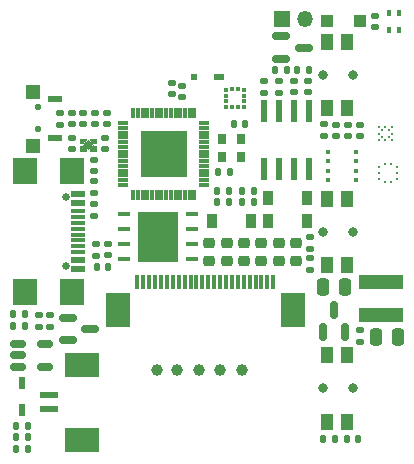
<source format=gbr>
%TF.GenerationSoftware,KiCad,Pcbnew,(6.99.0-1793-ga56955443f)*%
%TF.CreationDate,2022-12-11T18:47:06+00:00*%
%TF.ProjectId,Watchy-MrT-ESP32-S3-V1,57617463-6879-42d4-9d72-542d45535033,rev?*%
%TF.SameCoordinates,Original*%
%TF.FileFunction,Soldermask,Top*%
%TF.FilePolarity,Negative*%
%FSLAX46Y46*%
G04 Gerber Fmt 4.6, Leading zero omitted, Abs format (unit mm)*
G04 Created by KiCad (PCBNEW (6.99.0-1793-ga56955443f)) date 2022-12-11 18:47:06*
%MOMM*%
%LPD*%
G01*
G04 APERTURE LIST*
G04 Aperture macros list*
%AMRoundRect*
0 Rectangle with rounded corners*
0 $1 Rounding radius*
0 $2 $3 $4 $5 $6 $7 $8 $9 X,Y pos of 4 corners*
0 Add a 4 corners polygon primitive as box body*
4,1,4,$2,$3,$4,$5,$6,$7,$8,$9,$2,$3,0*
0 Add four circle primitives for the rounded corners*
1,1,$1+$1,$2,$3*
1,1,$1+$1,$4,$5*
1,1,$1+$1,$6,$7*
1,1,$1+$1,$8,$9*
0 Add four rect primitives between the rounded corners*
20,1,$1+$1,$2,$3,$4,$5,0*
20,1,$1+$1,$4,$5,$6,$7,0*
20,1,$1+$1,$6,$7,$8,$9,0*
20,1,$1+$1,$8,$9,$2,$3,0*%
G04 Aperture macros list end*
%ADD10C,0.000100*%
%ADD11C,0.001000*%
%ADD12R,0.400000X0.400000*%
%ADD13R,1.150000X0.600000*%
%ADD14R,1.150000X0.300000*%
%ADD15R,2.000000X2.180000*%
%ADD16C,0.650000*%
%ADD17R,0.250000X0.275000*%
%ADD18R,0.275000X0.250000*%
%ADD19R,1.050000X0.450000*%
%ADD20R,3.450000X4.350000*%
%ADD21R,0.500000X1.100000*%
%ADD22RoundRect,0.135000X0.135000X0.185000X-0.135000X0.185000X-0.135000X-0.185000X0.135000X-0.185000X0*%
%ADD23RoundRect,0.150000X-0.587500X-0.150000X0.587500X-0.150000X0.587500X0.150000X-0.587500X0.150000X0*%
%ADD24R,1.100000X1.100000*%
%ADD25RoundRect,0.140000X-0.140000X-0.170000X0.140000X-0.170000X0.140000X0.170000X-0.140000X0.170000X0*%
%ADD26O,1.350000X1.350000*%
%ADD27R,1.350000X1.350000*%
%ADD28R,1.600000X0.500000*%
%ADD29R,2.900000X2.100000*%
%ADD30RoundRect,0.140000X0.170000X-0.140000X0.170000X0.140000X-0.170000X0.140000X-0.170000X-0.140000X0*%
%ADD31R,0.533400X1.981200*%
%ADD32C,0.200000*%
%ADD33R,0.375000X0.350000*%
%ADD34R,0.350000X0.375000*%
%ADD35R,0.300000X1.300000*%
%ADD36R,2.000000X3.000000*%
%ADD37RoundRect,0.135000X-0.135000X-0.185000X0.135000X-0.185000X0.135000X0.185000X-0.135000X0.185000X0*%
%ADD38RoundRect,0.150000X0.150000X-0.587500X0.150000X0.587500X-0.150000X0.587500X-0.150000X-0.587500X0*%
%ADD39RoundRect,0.135000X0.185000X-0.135000X0.185000X0.135000X-0.185000X0.135000X-0.185000X-0.135000X0*%
%ADD40RoundRect,0.250000X0.250000X0.475000X-0.250000X0.475000X-0.250000X-0.475000X0.250000X-0.475000X0*%
%ADD41RoundRect,0.150000X-0.512500X-0.150000X0.512500X-0.150000X0.512500X0.150000X-0.512500X0.150000X0*%
%ADD42RoundRect,0.225000X0.250000X-0.225000X0.250000X0.225000X-0.250000X0.225000X-0.250000X-0.225000X0*%
%ADD43RoundRect,0.250000X-0.250000X-0.475000X0.250000X-0.475000X0.250000X0.475000X-0.250000X0.475000X0*%
%ADD44RoundRect,0.006600X-0.103400X0.398400X-0.103400X-0.398400X0.103400X-0.398400X0.103400X0.398400X0*%
%ADD45RoundRect,0.022000X-0.383000X0.088000X-0.383000X-0.088000X0.383000X-0.088000X0.383000X0.088000X0*%
%ADD46R,4.000000X4.000000*%
%ADD47R,1.000000X1.400000*%
%ADD48C,0.800000*%
%ADD49R,0.900000X1.200000*%
%ADD50C,1.000000*%
%ADD51RoundRect,0.135000X-0.185000X0.135000X-0.185000X-0.135000X0.185000X-0.135000X0.185000X0.135000X0*%
%ADD52R,0.650000X0.850000*%
%ADD53RoundRect,0.140000X-0.170000X0.140000X-0.170000X-0.140000X0.170000X-0.140000X0.170000X0.140000X0*%
%ADD54RoundRect,0.147500X0.147500X0.172500X-0.147500X0.172500X-0.147500X-0.172500X0.147500X-0.172500X0*%
%ADD55C,0.550000*%
%ADD56R,1.200000X1.200000*%
%ADD57R,1.200000X0.500000*%
%ADD58R,0.400000X0.500000*%
%ADD59RoundRect,0.140000X0.140000X0.170000X-0.140000X0.170000X-0.140000X-0.170000X0.140000X-0.170000X0*%
%ADD60R,0.500000X0.500000*%
%ADD61R,0.900000X0.500000*%
%ADD62R,3.700000X1.200000*%
G04 APERTURE END LIST*
%TO.C,U3*%
G36*
X116240000Y-67245000D02*
G01*
X116240000Y-67405000D01*
X115750000Y-67405000D01*
X115750000Y-67045000D01*
X116040000Y-67045000D01*
X116240000Y-67245000D01*
G37*
D10*
X116240000Y-67245000D02*
X116240000Y-67405000D01*
X115750000Y-67405000D01*
X115750000Y-67045000D01*
X116040000Y-67045000D01*
X116240000Y-67245000D01*
G36*
X117050000Y-67405000D02*
G01*
X116560000Y-67405000D01*
X116560000Y-67245000D01*
X116760000Y-67045000D01*
X117050000Y-67045000D01*
X117050000Y-67405000D01*
G37*
X117050000Y-67405000D02*
X116560000Y-67405000D01*
X116560000Y-67245000D01*
X116760000Y-67045000D01*
X117050000Y-67045000D01*
X117050000Y-67405000D01*
G36*
X117050000Y-66755000D02*
G01*
X116760000Y-66755000D01*
X116560000Y-66555000D01*
X116560000Y-66395000D01*
X117050000Y-66395000D01*
X117050000Y-66755000D01*
G37*
X117050000Y-66755000D02*
X116760000Y-66755000D01*
X116560000Y-66555000D01*
X116560000Y-66395000D01*
X117050000Y-66395000D01*
X117050000Y-66755000D01*
G36*
X116240000Y-66555000D02*
G01*
X116040000Y-66755000D01*
X115750000Y-66755000D01*
X115750000Y-66395000D01*
X116240000Y-66395000D01*
X116240000Y-66555000D01*
G37*
X116240000Y-66555000D02*
X116040000Y-66755000D01*
X115750000Y-66755000D01*
X115750000Y-66395000D01*
X116240000Y-66395000D01*
X116240000Y-66555000D01*
G36*
X116800000Y-66900000D02*
G01*
X116400000Y-67300000D01*
X116000000Y-66900000D01*
X116400000Y-66500000D01*
X116800000Y-66900000D01*
G37*
D11*
X116800000Y-66900000D02*
X116400000Y-67300000D01*
X116000000Y-66900000D01*
X116400000Y-66500000D01*
X116800000Y-66900000D01*
%TD*%
D12*
%TO.C,U4*%
X139064999Y-67499999D03*
X139064999Y-68299999D03*
X139064999Y-69099999D03*
X139064999Y-69899999D03*
X136664999Y-69899999D03*
X136664999Y-69099999D03*
X136664999Y-68299999D03*
X136664999Y-67499999D03*
%TD*%
D13*
%TO.C,J2*%
X115564999Y-71069999D03*
X115564999Y-71869999D03*
X115564999Y-76669999D03*
X115564999Y-77469999D03*
D14*
X115564999Y-72519999D03*
X115564999Y-76019999D03*
X115564999Y-73019999D03*
X115564999Y-75519999D03*
X115564999Y-73519999D03*
X115564999Y-75019999D03*
X115564999Y-74019999D03*
X115564999Y-74519999D03*
D15*
X114989999Y-69159999D03*
X114989999Y-79379999D03*
X111059999Y-69159999D03*
X111059999Y-79379999D03*
D16*
X114490000Y-71380000D03*
X114490000Y-77160000D03*
%TD*%
D17*
%TO.C,IC2*%
X142049999Y-68536999D03*
X141549999Y-68536999D03*
D18*
X141037999Y-68799999D03*
X141037999Y-69299999D03*
X141037999Y-69799999D03*
D17*
X141549999Y-70062999D03*
X142049999Y-70062999D03*
D18*
X142561999Y-69799999D03*
X142561999Y-69299999D03*
X142561999Y-68799999D03*
%TD*%
D19*
%TO.C,IC1*%
X125149999Y-76604999D03*
X125149999Y-75334999D03*
X125149999Y-74064999D03*
X125149999Y-72794999D03*
X119449999Y-72794999D03*
X119449999Y-74064999D03*
X119449999Y-75334999D03*
X119449999Y-76604999D03*
D20*
X122299999Y-74699999D03*
%TD*%
D21*
%TO.C,D4*%
X110799999Y-89349999D03*
X110799999Y-87049999D03*
%TD*%
D22*
%TO.C,R11*%
X133210000Y-60600000D03*
X132190000Y-60600000D03*
%TD*%
D23*
%TO.C,Q3*%
X132762500Y-57750000D03*
X132762500Y-59650000D03*
X134637500Y-58700000D03*
%TD*%
D24*
%TO.C,D6*%
X139399999Y-56399999D03*
X136599999Y-56399999D03*
%TD*%
D25*
%TO.C,C19*%
X134120000Y-60600000D03*
X135080000Y-60600000D03*
%TD*%
D26*
%TO.C,M1*%
X134799999Y-56299999D03*
D27*
X132799999Y-56299999D03*
%TD*%
D28*
%TO.C,J3*%
X113049999Y-88074999D03*
X113049999Y-89324999D03*
D29*
X115899999Y-91874999D03*
X115899999Y-85542999D03*
%TD*%
D30*
%TO.C,C28*%
X140700000Y-56980000D03*
X140700000Y-56020000D03*
%TD*%
D23*
%TO.C,Q2*%
X114662500Y-81550000D03*
X114662500Y-83450000D03*
X116537500Y-82500000D03*
%TD*%
D31*
%TO.C,U6*%
X131294999Y-68963799D03*
X132564999Y-68963799D03*
X133834999Y-68963799D03*
X135104999Y-68963799D03*
X135104999Y-64036199D03*
X133834999Y-64036199D03*
X132564999Y-64036199D03*
X131294999Y-64036199D03*
%TD*%
D32*
%TO.C,U7*%
X140981750Y-65399000D03*
X141547750Y-65399000D03*
X142113750Y-65399000D03*
X141264750Y-65682000D03*
X141830750Y-65682000D03*
X140981750Y-65965000D03*
X142113750Y-65965000D03*
X141264750Y-66248000D03*
X141830750Y-66248000D03*
X140981750Y-66531000D03*
X141547750Y-66531000D03*
X142113750Y-66531000D03*
%TD*%
D30*
%TO.C,C35*%
X124350000Y-62880000D03*
X124350000Y-61920000D03*
%TD*%
D33*
%TO.C,U8*%
X128037499Y-62249999D03*
X128037499Y-62749999D03*
X128037499Y-63249999D03*
X128037499Y-63749999D03*
D34*
X128549999Y-63762499D03*
X129049999Y-63762499D03*
D33*
X129562499Y-63749999D03*
X129562499Y-63249999D03*
X129562499Y-62749999D03*
X129562499Y-62249999D03*
D34*
X129049999Y-62237499D03*
X128549999Y-62237499D03*
%TD*%
D35*
%TO.C,J1*%
X132069999Y-78569999D03*
X131569999Y-78569999D03*
X131069999Y-78569999D03*
X130569999Y-78569999D03*
X130069999Y-78569999D03*
X129569999Y-78569999D03*
X129069999Y-78569999D03*
X128569999Y-78569999D03*
X128069999Y-78569999D03*
X127569999Y-78569999D03*
X127069999Y-78569999D03*
X126569999Y-78569999D03*
X126069999Y-78569999D03*
X125569999Y-78569999D03*
X125069999Y-78569999D03*
X124569999Y-78569999D03*
X124069999Y-78569999D03*
X123569999Y-78569999D03*
X123069999Y-78569999D03*
X122569999Y-78569999D03*
X122069999Y-78569999D03*
X121569999Y-78569999D03*
X121069999Y-78569999D03*
X120569999Y-78569999D03*
D36*
X118919999Y-80919999D03*
X133719999Y-80919999D03*
%TD*%
D37*
%TO.C,R10*%
X110290000Y-90700000D03*
X111310000Y-90700000D03*
%TD*%
D38*
%TO.C,Q1*%
X136250000Y-82812500D03*
X138150000Y-82812500D03*
X137200000Y-80937500D03*
%TD*%
D39*
%TO.C,R6*%
X113200000Y-82360000D03*
X113200000Y-81340000D03*
%TD*%
D30*
%TO.C,C27*%
X137400000Y-66180000D03*
X137400000Y-65220000D03*
%TD*%
D40*
%TO.C,C8*%
X142650000Y-83175000D03*
X140750000Y-83175000D03*
%TD*%
D30*
%TO.C,C30*%
X117000000Y-65180000D03*
X117000000Y-64220000D03*
%TD*%
D41*
%TO.C,U2*%
X110462500Y-83800000D03*
X110462500Y-84750000D03*
X110462500Y-85700000D03*
X112737500Y-85700000D03*
X112737500Y-83800000D03*
%TD*%
D25*
%TO.C,C1*%
X128720000Y-65200000D03*
X129680000Y-65200000D03*
%TD*%
D39*
%TO.C,R3*%
X135200000Y-77535000D03*
X135200000Y-76515000D03*
%TD*%
D42*
%TO.C,C16*%
X126650000Y-76800000D03*
X126650000Y-75250000D03*
%TD*%
D37*
%TO.C,R17*%
X129390000Y-71800000D03*
X130410000Y-71800000D03*
%TD*%
D42*
%TO.C,C10*%
X129600000Y-76800000D03*
X129600000Y-75250000D03*
%TD*%
D30*
%TO.C,C17*%
X133800000Y-62480000D03*
X133800000Y-61520000D03*
%TD*%
D43*
%TO.C,C9*%
X136250000Y-78950000D03*
X138150000Y-78950000D03*
%TD*%
D44*
%TO.C,U1*%
X125400000Y-64255000D03*
X125000000Y-64255000D03*
X124600000Y-64255000D03*
X124200000Y-64255000D03*
X123800000Y-64255000D03*
X123400000Y-64255000D03*
X123000000Y-64255000D03*
X122600000Y-64255000D03*
X122200000Y-64255000D03*
X121800000Y-64255000D03*
X121400000Y-64255000D03*
X121000000Y-64255000D03*
X120600000Y-64255000D03*
X120200000Y-64255000D03*
D45*
X119355000Y-65100000D03*
X119355000Y-65500000D03*
X119355000Y-65900000D03*
X119355000Y-66300000D03*
X119355000Y-66700000D03*
X119355000Y-67100000D03*
X119355000Y-67500000D03*
X119355000Y-67900000D03*
X119355000Y-68300000D03*
X119355000Y-68700000D03*
X119355000Y-69100000D03*
X119355000Y-69500000D03*
X119355000Y-69900000D03*
X119355000Y-70300000D03*
D44*
X120200000Y-71145000D03*
X120600000Y-71145000D03*
X121000000Y-71145000D03*
X121400000Y-71145000D03*
X121800000Y-71145000D03*
X122200000Y-71145000D03*
X122600000Y-71145000D03*
X123000000Y-71145000D03*
X123400000Y-71145000D03*
X123800000Y-71145000D03*
X124200000Y-71145000D03*
X124600000Y-71145000D03*
X125000000Y-71145000D03*
X125400000Y-71145000D03*
D45*
X126245000Y-70300000D03*
X126245000Y-69900000D03*
X126245000Y-69500000D03*
X126245000Y-69100000D03*
X126245000Y-68700000D03*
X126245000Y-68300000D03*
X126245000Y-67900000D03*
X126245000Y-67500000D03*
X126245000Y-67100000D03*
X126245000Y-66700000D03*
X126245000Y-66300000D03*
X126245000Y-65900000D03*
X126245000Y-65500000D03*
X126245000Y-65100000D03*
D46*
X122799999Y-67699999D03*
%TD*%
D47*
%TO.C,SW2*%
X138349999Y-71474999D03*
X136649999Y-71474999D03*
D48*
X138850000Y-74275000D03*
X136250000Y-74275000D03*
D47*
X138349999Y-77074999D03*
X136649999Y-77074999D03*
%TD*%
D49*
%TO.C,D2*%
X131649999Y-71399999D03*
X134949999Y-71399999D03*
%TD*%
D50*
%TO.C,GND*%
X123950000Y-86000000D03*
%TD*%
D42*
%TO.C,C15*%
X128125000Y-76800000D03*
X128125000Y-75250000D03*
%TD*%
D25*
%TO.C,C18*%
X110320000Y-92700000D03*
X111280000Y-92700000D03*
%TD*%
D51*
%TO.C,R18*%
X132550000Y-61490000D03*
X132550000Y-62510000D03*
%TD*%
D52*
%TO.C,Y1*%
X127724999Y-67974999D03*
X129374999Y-67974999D03*
X129374999Y-66424999D03*
X127724999Y-66424999D03*
%TD*%
D49*
%TO.C,D1*%
X130149999Y-73399999D03*
X126849999Y-73399999D03*
%TD*%
D39*
%TO.C,R13*%
X117025000Y-76335000D03*
X117025000Y-75315000D03*
%TD*%
D42*
%TO.C,C12*%
X134025000Y-76800000D03*
X134025000Y-75250000D03*
%TD*%
D30*
%TO.C,C3*%
X115000000Y-65180000D03*
X115000000Y-64220000D03*
%TD*%
D39*
%TO.C,R7*%
X112200000Y-82360000D03*
X112200000Y-81340000D03*
%TD*%
D30*
%TO.C,C32*%
X123500000Y-62630000D03*
X123500000Y-61670000D03*
%TD*%
D47*
%TO.C,SW1*%
X138349999Y-58199999D03*
X136649999Y-58199999D03*
D48*
X138850000Y-61000000D03*
X136250000Y-61000000D03*
D47*
X138349999Y-63799999D03*
X136649999Y-63799999D03*
%TD*%
D22*
%TO.C,R8*%
X111060000Y-82300000D03*
X110040000Y-82300000D03*
%TD*%
D42*
%TO.C,C13*%
X132550000Y-76800000D03*
X132550000Y-75250000D03*
%TD*%
D53*
%TO.C,C22*%
X117800000Y-66320000D03*
X117800000Y-67280000D03*
%TD*%
D39*
%TO.C,R15*%
X135200000Y-75710000D03*
X135200000Y-74690000D03*
%TD*%
D50*
%TO.C,VCC*%
X122200000Y-86000000D03*
%TD*%
D25*
%TO.C,C11*%
X138300000Y-91800000D03*
X139260000Y-91800000D03*
%TD*%
D51*
%TO.C,R19*%
X131300000Y-61490000D03*
X131300000Y-62510000D03*
%TD*%
D30*
%TO.C,C29*%
X118000000Y-65180000D03*
X118000000Y-64220000D03*
%TD*%
D47*
%TO.C,SW3*%
X138349999Y-84749999D03*
X136649999Y-84749999D03*
D48*
X138850000Y-87550000D03*
X136250000Y-87550000D03*
D47*
X138349999Y-90349999D03*
X136649999Y-90349999D03*
%TD*%
D50*
%TO.C,SDA*%
X127600000Y-86000000D03*
%TD*%
D42*
%TO.C,C14*%
X131075000Y-76800000D03*
X131075000Y-75250000D03*
%TD*%
D54*
%TO.C,D5*%
X111035000Y-81250000D03*
X110065000Y-81250000D03*
%TD*%
D22*
%TO.C,R9*%
X111310000Y-91700000D03*
X110290000Y-91700000D03*
%TD*%
D50*
%TO.C,3V3*%
X125800000Y-86000000D03*
%TD*%
D53*
%TO.C,C21*%
X115000000Y-66320000D03*
X115000000Y-67280000D03*
%TD*%
D55*
%TO.C,SW4*%
X112122750Y-65589000D03*
X112122750Y-63747500D03*
D56*
X111741749Y-66985999D03*
X111741749Y-62413999D03*
D57*
X113583249Y-66374999D03*
X113583249Y-63024999D03*
%TD*%
D53*
%TO.C,C31*%
X116900000Y-68220000D03*
X116900000Y-69180000D03*
%TD*%
D58*
%TO.C,U9*%
X142699999Y-55799999D03*
X141899999Y-55799999D03*
X141899999Y-57199999D03*
X142699999Y-57199999D03*
%TD*%
D30*
%TO.C,C4*%
X135000000Y-62480000D03*
X135000000Y-61520000D03*
%TD*%
D49*
%TO.C,D3*%
X131649999Y-73399999D03*
X134949999Y-73399999D03*
%TD*%
D39*
%TO.C,R14*%
X136400000Y-66210000D03*
X136400000Y-65190000D03*
%TD*%
D59*
%TO.C,C5*%
X128300000Y-71800000D03*
X127340000Y-71800000D03*
%TD*%
D30*
%TO.C,C26*%
X139400000Y-66180000D03*
X139400000Y-65220000D03*
%TD*%
D50*
%TO.C,SCL*%
X129400000Y-86000000D03*
%TD*%
D60*
%TO.C,AE1*%
X125394999Y-61149999D03*
D61*
X127494999Y-61149999D03*
%TD*%
D22*
%TO.C,R4*%
X128310000Y-70800000D03*
X127290000Y-70800000D03*
%TD*%
D59*
%TO.C,C2*%
X128380000Y-69200000D03*
X127420000Y-69200000D03*
%TD*%
%TO.C,C7*%
X118080000Y-77300000D03*
X117120000Y-77300000D03*
%TD*%
D30*
%TO.C,C25*%
X138400000Y-66180000D03*
X138400000Y-65220000D03*
%TD*%
D37*
%TO.C,R2*%
X129390000Y-70800000D03*
X130410000Y-70800000D03*
%TD*%
D39*
%TO.C,R1*%
X114000000Y-65210000D03*
X114000000Y-64190000D03*
%TD*%
D53*
%TO.C,C33*%
X116900000Y-70020000D03*
X116900000Y-70980000D03*
%TD*%
D39*
%TO.C,R12*%
X116900000Y-72935000D03*
X116900000Y-71915000D03*
%TD*%
D62*
%TO.C,L2*%
X141199999Y-78499999D03*
X141199999Y-81299999D03*
%TD*%
D30*
%TO.C,C6*%
X118100000Y-76280000D03*
X118100000Y-75320000D03*
%TD*%
D39*
%TO.C,R5*%
X139450000Y-83660000D03*
X139450000Y-82640000D03*
%TD*%
D37*
%TO.C,R16*%
X136290000Y-91800000D03*
X137310000Y-91800000D03*
%TD*%
D30*
%TO.C,C34*%
X116000000Y-65180000D03*
X116000000Y-64220000D03*
%TD*%
M02*

</source>
